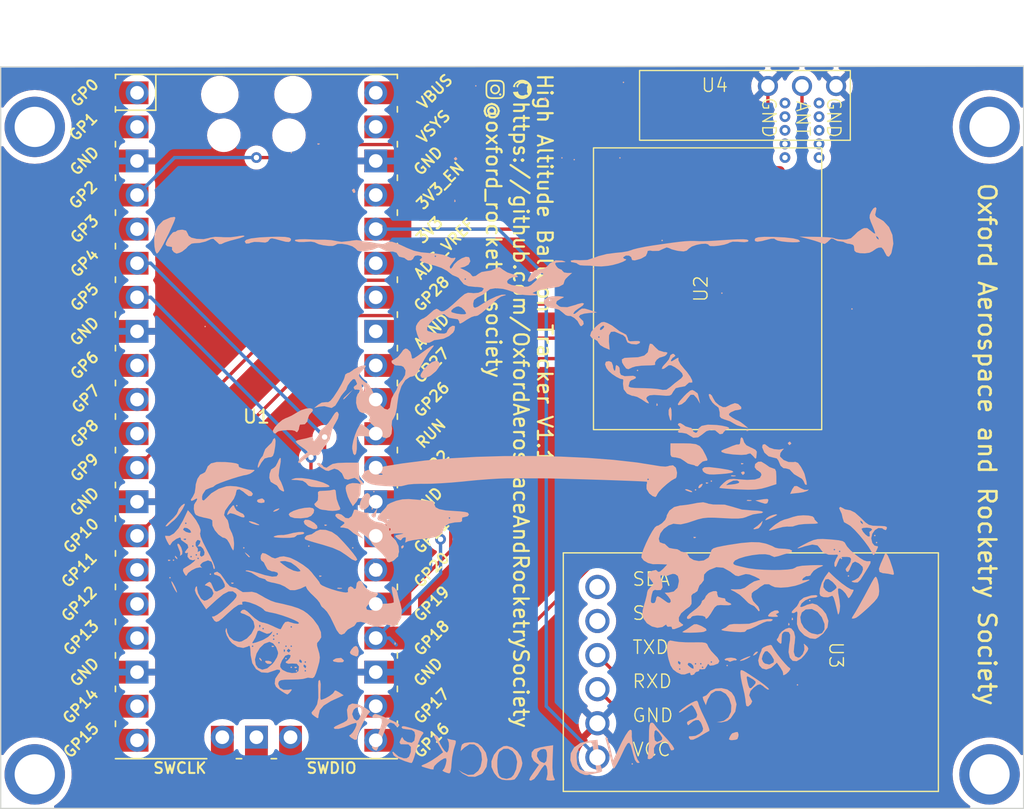
<source format=kicad_pcb>
(kicad_pcb (version 20221018) (generator pcbnew)
  (title_block (company "Oxford Aerospace and Rocketry") (comment 1 "High Altitude Balloon Tracker"))
  (layers (0 "F.Cu" signal) (31 "B.Cu" signal) (34 "B.Paste" user) (35 "F.Paste" user) (36 "B.SilkS" user "B.Silkscreen") (37 "F.SilkS" user "F.Silkscreen") (38 "B.Mask" user) (39 "F.Mask" user) (44 "Edge.Cuts" user))
  (net 0 "")
  (net 1 "Net-(U1-GPIO9)")
  (net 2 "Net-(U1-GPIO10)")
  (net 3 "Net-(U1-GPIO18)")
  (net 4 "Net-(U1-GPIO16)")
  (net 5 "Net-(U1-GPIO19)")
  (net 6 "+3V3")
  (net 7 "GND")
  (net 8 "Net-(U1-GPIO2)")
  (net 11 "Net-(U1-GPIO5)")
  (net 12 "Net-(U1-GPIO4)")
  (net 45 "Net-(U2-ANT)")
  (footprint "RFM9X:Antenna" (layer "F.Cu") (at 156.21 74.676)
    (fp_text reference "U4" (at -6.5 3.5 unlocked) (layer "F.SilkS") (effects (font (thickness 0.1))))
    (fp_text value "~")
    (fp_text user "GND" (at 1.778 4.318 -90 unlocked) (layer "F.SilkS") (effects (font (thickness 0.1)) (justify left bottom)))
    (fp_text user "ANT" (at -0.508 4.572 -90 unlocked) (layer "F.SilkS") (effects (font (thickness 0.1)) (justify left bottom)))
    (fp_text user "GND" (at -3.048 4.318 -90 unlocked) (layer "F.SilkS") (effects (font (thickness 0.1)) (justify left bottom)))
    (pad "1" thru_hole circle (at -2.54 3.556) (size 1.5 1.5) (drill 1) (layers "*.Cu" "*.Mask") (net 7 "GND"))
    (pad "2" thru_hole circle (at 0 3.556) (size 1.5 1.5) (drill 1) (layers "*.Cu" "*.Mask") (net 45 "Net-(U2-ANT)"))
    (pad "3" thru_hole circle (at 2.54 3.556) (size 1.5 1.5) (drill 1) (layers "*.Cu" "*.Mask") (net 7 "GND"))
  )
  (footprint "MCU_RaspberryPi_and_Boards:RPi_Pico_SMD_TH" (layer "F.Cu") (at 115.57 102.87)
    (fp_text reference "U1" (at 0 0) (layer "F.SilkS"))
    (fp_text value "Pico")
    (fp_text user "3V3" (at 12.9 -13.9 45) (layer "F.SilkS") (effects (font (size 0.8 0.8))))
    (fp_text user "GND" (at 12.8 19.05 45) (layer "F.SilkS") (effects (font (size 0.8 0.8))))
    (fp_text user "GND" (at -12.8 -19.05 45) (layer "F.SilkS") (effects (font (size 0.8 0.8))))
    (fp_text user "GP13" (at -13.054 16.51 45) (layer "F.SilkS") (effects (font (size 0.8 0.8))))
    (fp_text user "GP19" (at 13.054 13.97 45) (layer "F.SilkS") (effects (font (size 0.8 0.8))))
    (fp_text user "VSYS" (at 13.2 -21.59 45) (layer "F.SilkS") (effects (font (size 0.8 0.8))))
    (fp_text user "RUN" (at 13 1.27 45) (layer "F.SilkS") (effects (font (size 0.8 0.8))))
    (fp_text user "GND" (at 12.8 -19.05 45) (layer "F.SilkS") (effects (font (size 0.8 0.8))))
    (fp_text user "GP10" (at -13.054 8.89 45) (layer "F.SilkS") (effects (font (size 0.8 0.8))))
    (fp_text user "SWCLK" (at -5.7 26.2) (layer "F.SilkS") (effects (font (size 0.8 0.8))))
    (fp_text user "SWDIO" (at 5.6 26.2) (layer "F.SilkS") (effects (font (size 0.8 0.8))))
    (fp_text user "GP9" (at -12.8 3.81 45) (layer "F.SilkS") (effects (font (size 0.8 0.8))))
    (fp_text user "GP21" (at 13.054 8.9 45) (layer "F.SilkS") (effects (font (size 0.8 0.8))))
    (fp_text user "GP6" (at -12.8 -3.81 45) (layer "F.SilkS") (effects (font (size 0.8 0.8))))
    (fp_text user "GP4" (at -12.8 -11.43 45) (layer "F.SilkS") (effects (font (size 0.8 0.8))))
    (fp_text user "GND" (at 12.8 6.35 45) (layer "F.SilkS") (effects (font (size 0.8 0.8))))
    (fp_text user "GP15" (at -13.054 24.13 45) (layer "F.SilkS") (effects (font (size 0.8 0.8))))
    (fp_text user "3V3_EN" (at 13.7 -17.2 45) (layer "F.SilkS") (effects (font (size 0.8 0.8))))
    (fp_text user "GP28" (at 13.054 -9.144 45) (layer "F.SilkS") (effects (font (size 0.8 0.8))))
    (fp_text user "GP2" (at -12.9 -16.51 45) (layer "F.SilkS") (effects (font (size 0.8 0.8))))
    (fp_text user "GP0" (at -12.8 -24.13 45) (layer "F.SilkS") (effects (font (size 0.8 0.8))))
    (fp_text user "GP3" (at -12.8 -13.97 45) (layer "F.SilkS") (effects (font (size 0.8 0.8))))
    (fp_text user "GP26" (at 13.054 -1.27 45) (layer "F.SilkS") (effects (font (size 0.8 0.8))))
    (fp_text user "GP16" (at 13.054 24.13 45) (layer "F.SilkS") (effects (font (size 0.8 0.8))))
    (fp_text user "GP11" (at -13.2 11.43 45) (layer "F.SilkS") (effects (font (size 0.8 0.8))))
    (fp_text user "GND" (at -12.8 -6.35 45) (layer "F.SilkS") (effects (font (size 0.8 0.8))))
    (fp_text user "GP8" (at -12.8 1.27 45) (layer "F.SilkS") (effects (font (size 0.8 0.8))))
    (fp_text user "GP1" (at -12.9 -21.6 45) (layer "F.SilkS") (effects (font (size 0.8 0.8))))
    (fp_text user "GND" (at -12.8 19.05 45) (layer "F.SilkS") (effects (font (size 0.8 0.8))))
    (fp_text user "GND" (at -12.8 6.35 45) (layer "F.SilkS") (effects (font (size 0.8 0.8))))
    (fp_text user "GP5" (at -12.8 -8.89 45) (layer "F.SilkS") (effects (font (size 0.8 0.8))))
    (fp_text user "ADC_VREF" (at 14 -12.5 45) (layer "F.SilkS") (effects (font (size 0.8 0.8))))
    (fp_text user "GP17" (at 13.054 21.59 45) (layer "F.SilkS") (effects (font (size 0.8 0.8))))
    (fp_text user "AGND" (at 13.054 -6.35 45) (layer "F.SilkS") (effects (font (size 0.8 0.8))))
    (fp_text user "GP27" (at 13.054 -3.8 45) (layer "F.SilkS") (effects (font (size 0.8 0.8))))
    (fp_text user "GP20" (at 13.054 11.43 45) (layer "F.SilkS") (effects (font (size 0.8 0.8))))
    (fp_text user "GP7" (at -12.7 -1.3 45) (layer "F.SilkS") (effects (font (size 0.8 0.8))))
    (fp_text user "GP12" (at -13.2 13.97 45) (layer "F.SilkS") (effects (font (size 0.8 0.8))))
    (fp_text user "GP14" (at -13.1 21.59 45) (layer "F.SilkS") (effects (font (size 0.8 0.8))))
    (fp_text user "GP18" (at 13.054 16.51 45) (layer "F.SilkS") (effects (font (size 0.8 0.8))))
    (fp_text user "GP22" (at 13.054 3.81 45) (layer "F.SilkS") (effects (font (size 0.8 0.8))))
    (fp_text user "VBUS" (at 13.3 -24.2 45) (layer "F.SilkS") (effects (font (size 0.8 0.8))))
    (pad "" np_thru_hole oval (at -2.725 -24) (size 1.8 1.8) (drill 1.8) (layers "*.Cu" "*.Mask"))
    (pad "" np_thru_hole oval (at -2.425 -20.97) (size 1.5 1.5) (drill 1.5) (layers "*.Cu" "*.Mask"))
    (pad "" np_thru_hole oval (at 2.425 -20.97) (size 1.5 1.5) (drill 1.5) (layers "*.Cu" "*.Mask"))
    (pad "" np_thru_hole oval (at 2.725 -24) (size 1.8 1.8) (drill 1.8) (layers "*.Cu" "*.Mask"))
    (pad "1" thru_hole oval (at -8.89 -24.13) (size 1.7 1.7) (drill 1.02) (layers "*.Cu" "*.Mask"))
    (pad "1" smd rect (at -8.89 -24.13) (size 3.5 1.7) (drill (offset -0.9 0)) (layers "F.Cu" "F.Mask"))
    (pad "2" thru_hole oval (at -8.89 -21.59) (size 1.7 1.7) (drill 1.02) (layers "*.Cu" "*.Mask"))
    (pad "2" smd rect (at -8.89 -21.59) (size 3.5 1.7) (drill (offset -0.9 0)) (layers "F.Cu" "F.Mask"))
    (pad "3" thru_hole rect (at -8.89 -19.05) (size 1.7 1.7) (drill 1.02) (layers "*.Cu" "*.Mask") (net 7 "GND"))
    (pad "3" smd rect (at -8.89 -19.05) (size 3.5 1.7) (drill (offset -0.9 0)) (layers "F.Cu" "F.Mask") (net 7 "GND"))
    (pad "4" thru_hole oval (at -8.89 -16.51) (size 1.7 1.7) (drill 1.02) (layers "*.Cu" "*.Mask") (net 8 "Net-(U1-GPIO2)"))
    (pad "4" smd rect (at -8.89 -16.51) (size 3.5 1.7) (drill (offset -0.9 0)) (layers "F.Cu" "F.Mask") (net 8 "Net-(U1-GPIO2)"))
    (pad "5" thru_hole oval (at -8.89 -13.97) (size 1.7 1.7) (drill 1.02) (layers "*.Cu" "*.Mask"))
    (pad "5" smd rect (at -8.89 -13.97) (size 3.5 1.7) (drill (offset -0.9 0)) (layers "F.Cu" "F.Mask"))
    (pad "6" thru_hole oval (at -8.89 -11.43) (size 1.7 1.7) (drill 1.02) (layers "*.Cu" "*.Mask") (net 12 "Net-(U1-GPIO4)"))
    (pad "6" smd rect (at -8.89 -11.43) (size 3.5 1.7) (drill (offset -0.9 0)) (layers "F.Cu" "F.Mask") (net 12 "Net-(U1-GPIO4)"))
    (pad "7" thru_hole oval (at -8.89 -8.89) (size 1.7 1.7) (drill 1.02) (layers "*.Cu" "*.Mask") (net 11 "Net-(U1-GPIO5)"))
    (pad "7" smd rect (at -8.89 -8.89) (size 3.5 1.7) (drill (offset -0.9 0)) (layers "F.Cu" "F.Mask") (net 11 "Net-(U1-GPIO5)"))
    (pad "8" thru_hole rect (at -8.89 -6.35) (size 1.7 1.7) (drill 1.02) (layers "*.Cu" "*.Mask") (net 7 "GND"))
    (pad "8" smd rect (at -8.89 -6.35) (size 3.5 1.7) (drill (offset -0.9 0)) (layers "F.Cu" "F.Mask") (net 7 "GND"))
    (pad "9" thru_hole oval (at -8.89 -3.81) (size 1.7 1.7) (drill 1.02) (layers "*.Cu" "*.Mask"))
    (pad "9" smd rect (at -8.89 -3.81) (size 3.5 1.7) (drill (offset -0.9 0)) (layers "F.Cu" "F.Mask"))
    (pad "10" thru_hole oval (at -8.89 -1.27) (size 1.7 1.7) (drill 1.02) (layers "*.Cu" "*.Mask"))
    (pad "10" smd rect (at -8.89 -1.27) (size 3.5 1.7) (drill (offset -0.9 0)) (layers "F.Cu" "F.Mask"))
    (pad "11" thru_hole oval (at -8.89 1.27) (size 1.7 1.7) (drill 1.02) (layers "*.Cu" "*.Mask"))
    (pad "11" smd rect (at -8.89 1.27) (size 3.5 1.7) (drill (offset -0.9 0)) (layers "F.Cu" "F.Mask"))
    (pad "12" thru_hole oval (at -8.89 3.81) (size 1.7 1.7) (drill 1.02) (layers "*.Cu" "*.Mask") (net 1 "Net-(U1-GPIO9)"))
    (pad "12" smd rect (at -8.89 3.81) (size 3.5 1.7) (drill (offset -0.9 0)) (layers "F.Cu" "F.Mask") (net 1 "Net-(U1-GPIO9)"))
    (pad "13" thru_hole rect (at -8.89 6.35) (size 1.7 1.7) (drill 1.02) (layers "*.Cu" "*.Mask") (net 7 "GND"))
    (pad "13" smd rect (at -8.89 6.35) (size 3.5 1.7) (drill (offset -0.9 0)) (layers "F.Cu" "F.Mask") (net 7 "GND"))
    (pad "14" thru_hole oval (at -8.89 8.89) (size 1.7 1.7) (drill 1.02) (layers "*.Cu" "*.Mask") (net 2 "Net-(U1-GPIO10)"))
    (pad "14" smd rect (at -8.89 8.89) (size 3.5 1.7) (drill (offset -0.9 0)) (layers "F.Cu" "F.Mask") (net 2 "Net-(U1-GPIO10)"))
    (pad "15" thru_hole oval (at -8.89 11.43) (size 1.7 1.7) (drill 1.02) (layers "*.Cu" "*.Mask"))
    (pad "15" smd rect (at -8.89 11.43) (size 3.5 1.7) (drill (offset -0.9 0)) (layers "F.Cu" "F.Mask"))
    (pad "16" thru_hole oval (at -8.89 13.97) (size 1.7 1.7) (drill 1.02) (layers "*.Cu" "*.Mask"))
    (pad "16" smd rect (at -8.89 13.97) (size 3.5 1.7) (drill (offset -0.9 0)) (layers "F.Cu" "F.Mask"))
    (pad "17" thru_hole oval (at -8.89 16.51) (size 1.7 1.7) (drill 1.02) (layers "*.Cu" "*.Mask"))
    (pad "17" smd rect (at -8.89 16.51) (size 3.5 1.7) (drill (offset -0.9 0)) (layers "F.Cu" "F.Mask"))
    (pad "18" thru_hole rect (at -8.89 19.05) (size 1.7 1.7) (drill 1.02) (layers "*.Cu" "*.Mask") (net 7 "GND"))
    (pad "18" smd rect (at -8.89 19.05) (size 3.5 1.7) (drill (offset -0.9 0)) (layers "F.Cu" "F.Mask") (net 7 "GND"))
    (pad "19" thru_hole oval (at -8.89 21.59) (size 1.7 1.7) (drill 1.02) (layers "*.Cu" "*.Mask"))
    (pad "19" smd rect (at -8.89 21.59) (size 3.5 1.7) (drill (offset -0.9 0)) (layers "F.Cu" "F.Mask"))
    (pad "20" thru_hole oval (at -8.89 24.13) (size 1.7 1.7) (drill 1.02) (layers "*.Cu" "*.Mask"))
    (pad "20" smd rect (at -8.89 24.13) (size 3.5 1.7) (drill (offset -0.9 0)) (layers "F.Cu" "F.Mask"))
    (pad "21" thru_hole oval (at 8.89 24.13) (size 1.7 1.7) (drill 1.02) (layers "*.Cu" "*.Mask") (net 4 "Net-(U1-GPIO16)"))
    (pad "21" smd rect (at 8.89 24.13) (size 3.5 1.7) (drill (offset 0.9 0)) (layers "F.Cu" "F.Mask") (net 4 "Net-(U1-GPIO16)"))
    (pad "22" thru_hole oval (at 8.89 21.59) (size 1.7 1.7) (drill 1.02) (layers "*.Cu" "*.Mask"))
    (pad "22" smd rect (at 8.89 21.59) (size 3.5 1.7) (drill (offset 0.9 0)) (layers "F.Cu" "F.Mask"))
    (pad "23" thru_hole rect (at 8.89 19.05) (size 1.7 1.7) (drill 1.02) (layers "*.Cu" "*.Mask") (net 7 "GND"))
    (pad "23" smd rect (at 8.89 19.05) (size 3.5 1.7) (drill (offset 0.9 0)) (layers "F.Cu" "F.Mask") (net 7 "GND"))
    (pad "24" thru_hole oval (at 8.89 16.51) (size 1.7 1.7) (drill 1.02) (layers "*.Cu" "*.Mask") (net 3 "Net-(U1-GPIO18)"))
    (pad "24" smd rect (at 8.89 16.51) (size 3.5 1.7) (drill (offset 0.9 0)) (layers "F.Cu" "F.Mask") (net 3 "Net-(U1-GPIO18)"))
    (pad "25" thru_hole oval (at 8.89 13.97) (size 1.7 1.7) (drill 1.02) (layers "*.Cu" "*.Mask") (net 5 "Net-(U1-GPIO19)"))
    (pad "25" smd rect (at 8.89 13.97) (size 3.5 1.7) (drill (offset 0.9 0)) (layers "F.Cu" "F.Mask") (net 5 "Net-(U1-GPIO19)"))
    (pad "26" thru_hole oval (at 8.89 11.43) (size 1.7 1.7) (drill 1.02) (layers "*.Cu" "*.Mask"))
    (pad "26" smd rect (at 8.89 11.43) (size 3.5 1.7) (drill (offset 0.9 0)) (layers "F.Cu" "F.Mask"))
    (pad "27" thru_hole oval (at 8.89 8.89) (size 1.7 1.7) (drill 1.02) (layers "*.Cu" "*.Mask"))
    (pad "27" smd rect (at 8.89 8.89) (size 3.5 1.7) (drill (offset 0.9 0)) (layers "F.Cu" "F.Mask"))
    (pad "28" thru_hole rect (at 8.89 6.35) (size 1.7 1.7) (drill 1.02) (layers "*.Cu" "*.Mask") (net 7 "GND"))
    (pad "28" smd rect (at 8.89 6.35) (size 3.5 1.7) (drill (offset 0.9 0)) (layers "F.Cu" "F.Mask") (net 7 "GND"))
    (pad "29" thru_hole oval (at 8.89 3.81) (size 1.7 1.7) (drill 1.02) (layers "*.Cu" "*.Mask"))
    (pad "29" smd rect (at 8.89 3.81) (size 3.5 1.7) (drill (offset 0.9 0)) (layers "F.Cu" "F.Mask"))
    (pad "30" thru_hole oval (at 8.89 1.27) (size 1.7 1.7) (drill 1.02) (layers "*.Cu" "*.Mask"))
    (pad "30" smd rect (at 8.89 1.27) (size 3.5 1.7) (drill (offset 0.9 0)) (layers "F.Cu" "F.Mask"))
    (pad "31" thru_hole oval (at 8.89 -1.27) (size 1.7 1.7) (drill 1.02) (layers "*.Cu" "*.Mask"))
    (pad "31" smd rect (at 8.89 -1.27) (size 3.5 1.7) (drill (offset 0.9 0)) (layers "F.Cu" "F.Mask"))
    (pad "32" thru_hole oval (at 8.89 -3.81) (size 1.7 1.7) (drill 1.02) (layers "*.Cu" "*.Mask"))
    (pad "32" smd rect (at 8.89 -3.81) (size 3.5 1.7) (drill (offset 0.9 0)) (layers "F.Cu" "F.Mask"))
    (pad "33" thru_hole rect (at 8.89 -6.35) (size 1.7 1.7) (drill 1.02) (layers "*.Cu" "*.Mask"))
    (pad "33" smd rect (at 8.89 -6.35) (size 3.5 1.7) (drill (offset 0.9 0)) (layers "F.Cu" "F.Mask"))
    (pad "34" thru_hole oval (at 8.89 -8.89) (size 1.7 1.7) (drill 1.02) (layers "*.Cu" "*.Mask"))
    (pad "34" smd rect (at 8.89 -8.89) (size 3.5 1.7) (drill (offset 0.9 0)) (layers "F.Cu" "F.Mask"))
    (pad "35" thru_hole oval (at 8.89 -11.43) (size 1.7 1.7) (drill 1.02) (layers "*.Cu" "*.Mask"))
    (pad "35" smd rect (at 8.89 -11.43) (size 3.5 1.7) (drill (offset 0.9 0)) (layers "F.Cu" "F.Mask"))
    (pad "36" thru_hole oval (at 8.89 -13.97) (size 1.7 1.7) (drill 1.02) (layers "*.Cu" "*.Mask") (net 6 "+3V3"))
    (pad "36" smd rect (at 8.89 -13.97) (size 3.5 1.7) (drill (offset 0.9 0)) (layers "F.Cu" "F.Mask") (net 6 "+3V3"))
    (pad "37" thru_hole oval (at 8.89 -16.51) (size 1.7 1.7) (drill 1.02) (layers "*.Cu" "*.Mask"))
    (pad "37" smd rect (at 8.89 -16.51) (size 3.5 1.7) (drill (offset 0.9 0)) (layers "F.Cu" "F.Mask"))
    (pad "38" thru_hole rect (at 8.89 -19.05) (size 1.7 1.7) (drill 1.02) (layers "*.Cu" "*.Mask") (net 7 "GND"))
    (pad "38" smd rect (at 8.89 -19.05) (size 3.5 1.7) (drill (offset 0.9 0)) (layers "F.Cu" "F.Mask") (net 7 "GND"))
    (pad "39" thru_hole oval (at 8.89 -21.59) (size 1.7 1.7) (drill 1.02) (layers "*.Cu" "*.Mask"))
    (pad "39" smd rect (at 8.89 -21.59) (size 3.5 1.7) (drill (offset 0.9 0)) (layers "F.Cu" "F.Mask"))
    (pad "40" thru_hole oval (at 8.89 -24.13) (size 1.7 1.7) (drill 1.02) (layers "*.Cu" "*.Mask"))
    (pad "40" smd rect (at 8.89 -24.13) (size 3.5 1.7) (drill (offset 0.9 0)) (layers "F.Cu" "F.Mask"))
    (pad "41" thru_hole oval (at -2.54 23.9) (size 1.7 1.7) (drill 1.02) (layers "*.Cu" "*.Mask"))
    (pad "41" smd rect (at -2.54 23.9 90) (size 3.5 1.7) (drill (offset -0.9 0)) (layers "F.Cu" "F.Mask"))
    (pad "42" thru_hole rect (at 0 23.9) (size 1.7 1.7) (drill 1.02) (layers "*.Cu" "*.Mask"))
    (pad "42" smd rect (at 0 23.9 90) (size 3.5 1.7) (drill (offset -0.9 0)) (layers "F.Cu" "F.Mask"))
    (pad "43" thru_hole oval (at 2.54 23.9) (size 1.7 1.7) (drill 1.02) (layers "*.Cu" "*.Mask"))
    (pad "43" smd rect (at 2.54 23.9 90) (size 3.5 1.7) (drill (offset -0.9 0)) (layers "F.Cu" "F.Mask"))
  )
  (footprint "Uputronics GPS:M8C Pico Breakout" (layer "F.Cu") (at 140.97 115.57 -90)
    (fp_text reference "U3" (at 5.08 -17.78 -90 unlocked) (layer "F.SilkS") (effects (font (thickness 0.1))))
    (fp_text value "~")
    (fp_text user "RXD" (at 7.62 -2.54 unlocked) (layer "F.SilkS") (effects (font (thickness 0.1)) (justify left bottom)))
    (fp_text user "SCL" (at 2.54 -2.54 unlocked) (layer "F.SilkS") (effects (font (thickness 0.1)) (justify left bottom)))
    (fp_text user "SDA" (at 0 -2.54 unlocked) (layer "F.SilkS") (effects (font (thickness 0.1)) (justify left bottom)))
    (fp_text user "GND" (at 10.16 -2.54 unlocked) (layer "F.SilkS") (effects (font (thickness 0.1)) (justify left bottom)))
    (fp_text user "TXD" (at 5.08 -2.54 unlocked) (layer "F.SilkS") (effects (font (thickness 0.1)) (justify left bottom)))
    (fp_text user "VCC" (at 12.7 -2.54 unlocked) (layer "F.SilkS") (effects (font (thickness 0.1)) (justify left bottom)))
    (pad "0" thru_hole circle (at 0 0 270) (size 1.8 1.8) (drill 1.2) (layers "*.Cu" "*.Mask"))
    (pad "1" thru_hole circle (at 2.54 0 270) (size 1.8 1.8) (drill 1.2) (layers "*.Cu" "*.Mask"))
    (pad "2" thru_hole circle (at 5.08 0 270) (size 1.8 1.8) (drill 1.2) (layers "*.Cu" "*.Mask") (net 11 "Net-(U1-GPIO5)"))
    (pad "3" thru_hole circle (at 7.62 0 270) (size 1.8 1.8) (drill 1.2) (layers "*.Cu" "*.Mask") (net 12 "Net-(U1-GPIO4)"))
    (pad "4" thru_hole circle (at 10.16 0 270) (size 1.8 1.8) (drill 1.2) (layers "*.Cu" "*.Mask") (net 7 "GND"))
    (pad "5" thru_hole circle (at 12.7 0 270) (size 1.8 1.8) (drill 1.2) (layers "*.Cu" "*.Mask") (net 6 "+3V3"))
  )
  (footprint "RFM9X:RFM9X" (layer "F.Cu") (at 149.178 93.344 90)
    (fp_text reference "U2" (at 0 -0.5 90 unlocked) (layer "F.SilkS") (effects (font (thickness 0.1))))
    (fp_text value "RFM9X")
    (pad "1" smd roundrect (at -8 -7 90) (size 2.286 1.524) (layers "F.Cu" "F.Paste" "F.Mask") (net 7 "GND"))
    (pad "2" smd roundrect (at -8 -5 90) (size 2.286 1.524) (layers "F.Cu" "F.Paste" "F.Mask") (net 4 "Net-(U1-GPIO16)"))
    (pad "3" smd roundrect (at -8 -3 90) (size 2.286 1.524) (layers "F.Cu" "F.Paste" "F.Mask") (net 5 "Net-(U1-GPIO19)"))
    (pad "4" smd roundrect (at -8 -1 90) (size 2.286 1.524) (layers "F.Cu" "F.Paste" "F.Mask") (net 3 "Net-(U1-GPIO18)"))
    (pad "5" smd roundrect (at -8 1 90) (size 2.286 1.524) (layers "F.Cu" "F.Paste" "F.Mask") (net 2 "Net-(U1-GPIO10)"))
    (pad "6" smd roundrect (at -8 3 90) (size 2.286 1.524) (layers "F.Cu" "F.Paste" "F.Mask") (net 1 "Net-(U1-GPIO9)"))
    (pad "7" smd roundrect (at -8 5 90) (size 2.286 1.524) (layers "F.Cu" "F.Paste" "F.Mask"))
    (pad "8" smd roundrect (at -8 7 90) (size 2.286 1.524) (layers "F.Cu" "F.Paste" "F.Mask") (net 7 "GND"))
    (pad "9" smd roundrect (at 8 -7 90) (size 2.286 1.524) (layers "F.Cu" "F.Paste" "F.Mask"))
    (pad "10" smd roundrect (at 8 -5 90) (size 2.286 1.524) (layers "F.Cu" "F.Paste" "F.Mask"))
    (pad "11" smd roundrect (at 8 -3 90) (size 2.286 1.524) (layers "F.Cu" "F.Paste" "F.Mask") (net 8 "Net-(U1-GPIO2)"))
    (pad "12" smd roundrect (at 8 -1 90) (size 2.286 1.524) (layers "F.Cu" "F.Paste" "F.Mask") (net 6 "+3V3"))
    (pad "13" smd roundrect (at 8 1 90) (size 2.286 1.524) (layers "F.Cu" "F.Paste" "F.Mask"))
    (pad "14" smd roundrect (at 8 3 90) (size 2.286 1.524) (layers "F.Cu" "F.Paste" "F.Mask"))
    (pad "15" smd roundrect (at 8 5 90) (size 2.286 1.524) (layers "F.Cu" "F.Paste" "F.Mask") (net 7 "GND"))
    (pad "16" smd roundrect (at 8 7 90) (size 2.286 1.524) (layers "F.Cu" "F.Paste" "F.Mask") (net 45 "Net-(U2-ANT)"))
  )
  (footprint "LOGO" (layer "F.Cu") (at 133.35 78.486 -90)
    (fp_text reference "G***" hide)
    (fp_text value "LOGO" hide)
  )
  (footprint "LOGO" (layer "F.Cu") (at 135.382 78.486 -90)
    (fp_text reference "G***" hide)
    (fp_text value "LOGO" hide)
  )
  (footprint "LOGO" (layer "B.Cu") (at 135.382 101.854 180)
    (fp_text reference "G***" hide)
    (fp_text value "LOGO" hide)
  )
  (gr_line (start 172.72 76.7588) (end 172.72 132.08) (stroke (width 0.1)) (layer "Edge.Cuts"))
  (gr_line (start 96.52 76.8096) (end 172.72 76.7588) (stroke (width 0.1)) (layer "Edge.Cuts"))
  (gr_line (start 172.72 132.08) (end 96.52 132.08) (stroke (width 0.1)) (layer "Edge.Cuts"))
  (gr_line (start 96.52 76.8096) (end 96.52 132.08) (stroke (width 0.1)) (layer "Edge.Cuts"))
  (gr_text "Oxford Aerospace and Rocketry Society\n\n" (at 167.132 85.344 270) (layer "F.SilkS") (effects (font (size 1.3 1.3) (thickness 0.195)) (justify left bottom)))
  (gr_text "https://github.com/OxfordAerospaceAndRocketrySociety\n" (at 134.62 79.248 270) (layer "F.SilkS") (effects (font (size 1.1 1.1) (thickness 0.165)) (justify left bottom)))
  (gr_text "@oxford_rocketry_society" (at 132.588 79.248 270) (layer "F.SilkS") (effects (font (size 1.1 1.1) (thickness 0.165)) (justify left bottom)))
  (gr_text "High Altitude Balloon Tracker V1.1\n" (at 136.398 77.216 270) (layer "F.SilkS") (effects (font (size 1.1 1.1) (thickness 0.165)) (justify left bottom)))
  (via (at 157.48 81.534) (size 0.8) (drill 0.4) (layers "F.Cu" "B.Cu") (net 0))
  (via (at 157.48 83.566) (size 0.8) (drill 0.4) (layers "F.Cu" "B.Cu") (net 0))
  (via (at 154.94 82.55) (size 0.8) (drill 0.4) (layers "F.Cu" "B.Cu") (net 0))
  (via (at 154.94 80.518) (size 0.8) (drill 0.4) (layers "F.Cu" "B.Cu") (net 0))
  (via (at 154.94 83.566) (size 0.8) (drill 0.4) (layers "F.Cu" "B.Cu") (net 0))
  (via (at 170.18 129.54) (size 4.5) (drill 3) (layers "F.Cu" "B.Cu") (net 0))
  (via (at 157.48 80.518) (size 0.8) (drill 0.4) (layers "F.Cu" "B.Cu") (net 0))
  (via (at 170.18 81.28) (size 4.5) (drill 3) (layers "F.Cu" "B.Cu") (net 0))
  (via (at 154.94 79.502) (size 0.8) (drill 0.4) (layers "F.Cu" "B.Cu") (net 0))
  (via (at 157.48 79.502) (size 0.8) (drill 0.4) (layers "F.Cu" "B.Cu") (net 0))
  (via (at 154.94 81.534) (size 0.8) (drill 0.4) (layers "F.Cu" "B.Cu") (net 0))
  (via (at 157.48 82.55) (size 0.8) (drill 0.4) (layers "F.Cu" "B.Cu") (net 0))
  (via (at 99.06 81.28) (size 4.5) (drill 3) (layers "F.Cu" "B.Cu") (net 0))
  (via (at 99.06 129.54) (size 4.5) (drill 3) (layers "F.Cu" "B.Cu") (net 0))
  (segment (start 120.65 92.71) (end 106.68 106.68) (width 0.25) (layer "F.Cu") (net 1))
  (segment (start 152.178 101.202565) (end 143.685435 92.71) (width 0.25) (layer "F.Cu") (net 1))
  (segment (start 143.685435 92.71) (end 120.65 92.71) (width 0.25) (layer "F.Cu") (net 1))
  (segment (start 152.178 101.344) (end 152.178 101.202565) (width 0.25) (layer "F.Cu") (net 1))
  (segment (start 150.178 101.202565) (end 143.463435 94.488) (width 0.25) (layer "F.Cu") (net 2))
  (segment (start 150.178 101.344) (end 150.178 101.202565) (width 0.25) (layer "F.Cu") (net 2))
  (segment (start 128.292 94.488) (end 127.435 95.345) (width 0.25) (layer "F.Cu") (net 2))
  (segment (start 123.095 95.345) (end 106.68 111.76) (width 0.25) (layer "F.Cu") (net 2))
  (segment (start 127.435 95.345) (end 123.095 95.345) (width 0.25) (layer "F.Cu") (net 2))
  (segment (start 143.463435 94.488) (end 128.292 94.488) (width 0.25) (layer "F.Cu") (net 2))
  (segment (start 132.08 97.028) (end 129.286 99.822) (width 0.25) (layer "F.Cu") (net 3))
  (segment (start 129.286 99.822) (end 129.286 112.014) (width 0.25) (layer "F.Cu") (net 3))
  (segment (start 148.178 101.202565) (end 144.003435 97.028) (width 0.25) (layer "F.Cu") (net 3))
  (segment (start 144.003435 97.028) (end 132.08 97.028) (width 0.25) (layer "F.Cu") (net 3))
  (segment (start 148.178 101.344) (end 148.178 101.202565) (width 0.25) (layer "F.Cu") (net 3))
  (via (at 129.286 112.014) (size 0.8) (drill 0.4) (layers "F.Cu" "B.Cu") (net 3))
  (segment (start 129.286 112.014) (end 129.286 114.554) (width 0.25) (layer "B.Cu") (net 3))
  (segment (start 125.476 119.38) (end 125.984 119.888) (width 0.25) (layer "B.Cu") (net 3))
  (segment (start 129.286 114.554) (end 124.46 119.38) (width 0.25) (layer "B.Cu") (net 3))
  (segment (start 124.46 119.38) (end 125.476 119.38) (width 0.25) (layer "B.Cu") (net 3))
  (segment (start 144.178 101.344) (end 144.178 110.33) (width 0.25) (layer "F.Cu") (net 4))
  (segment (start 144.178 110.33) (end 127.508 127) (width 0.25) (layer "F.Cu") (net 4))
  (segment (start 127.508 127) (end 124.46 127) (width 0.25) (layer "F.Cu") (net 4))
  (segment (start 126.07 116.84) (end 124.46 116.84) (width 0.25) (layer "F.Cu") (net 5))
  (segment (start 131.318 98.552) (end 130.048 99.822) (width 0.25) (layer "F.Cu") (net 5))
  (segment (start 130.048 99.822) (end 130.048 112.862) (width 0.25) (layer "F.Cu") (net 5))
  (segment (start 146.178 100.712) (end 144.018 98.552) (width 0.25) (layer "F.Cu") (net 5))
  (segment (start 146.178 101.344) (end 146.178 100.712) (width 0.25) (layer "F.Cu") (net 5))
  (segment (start 146.178 101.726) (end 146.178 101.344) (width 0.25) (layer "F.Cu") (net 5))
  (segment (start 144.018 98.552) (end 131.318 98.552) (width 0.25) (layer "F.Cu") (net 5))
  (segment (start 130.048 112.862) (end 126.07 116.84) (width 0.25) (layer "F.Cu") (net 5))
  (segment (start 148.178 85.485435) (end 144.763435 88.9) (width 0.25) (layer "F.Cu") (net 6))
  (segment (start 124.46 88.9) (end 128.27 88.9) (width 0.25) (layer "F.Cu") (net 6))
  (segment (start 148.178 85.344) (end 148.178 85.485435) (width 0.25) (layer "F.Cu") (net 6))
  (segment (start 144.763435 88.9) (end 124.46 88.9) (width 0.25) (layer "F.Cu") (net 6))
  (segment (start 124.46 88.9) (end 133.604 88.9) (width 0.25) (layer "B.Cu") (net 6))
  (segment (start 133.604 88.9) (end 137.16 92.456) (width 0.25) (layer "B.Cu") (net 6))
  (segment (start 137.16 124.46) (end 137.16 122.682) (width 0.25) (layer "B.Cu") (net 6))
  (segment (start 137.16 92.456) (end 137.16 122.682) (width 0.25) (layer "B.Cu") (net 6))
  (segment (start 140.97 128.27) (end 137.16 124.46) (width 0.25) (layer "B.Cu") (net 6))
  (segment (start 153.67 78.232) (end 153.67 84.836) (width 0.25) (layer "F.Cu") (net 7))
  (segment (start 153.67 84.836) (end 154.178 85.344) (width 0.25) (layer "F.Cu") (net 7))
  (segment (start 146.178 85.344) (end 146.178 85.202565) (width 0.25) (layer "F.Cu") (net 8))
  (segment (start 123.145 82.595) (end 122.174 83.566) (width 0.25) (layer "F.Cu") (net 8))
  (segment (start 122.174 83.566) (end 115.57 83.566) (width 0.25) (layer "F.Cu") (net 8))
  (segment (start 146.178 85.202565) (end 143.570435 82.595) (width 0.25) (layer "F.Cu") (net 8))
  (segment (start 143.570435 82.595) (end 123.145 82.595) (width 0.25) (layer "F.Cu") (net 8))
  (via (at 115.57 83.566) (size 0.8) (drill 0.4) (layers "F.Cu" "B.Cu") (net 8))
  (segment (start 109.474 83.566) (end 106.68 86.36) (width 0.25) (layer "B.Cu") (net 8))
  (segment (start 115.57 83.566) (end 109.474 83.566) (width 0.25) (layer "B.Cu") (net 8))
  (segment (start 148.59 121.666) (end 141.986 121.666) (width 0.25) (layer "F.Cu") (net 11))
  (segment (start 142.934396 130.498) (end 148.59 124.842396) (width 0.25) (layer "F.Cu") (net 11))
  (segment (start 119.634 127.128396) (end 123.003604 130.498) (width 0.25) (layer "F.Cu") (net 11))
  (segment (start 119.634 127) (end 119.634 127.128396) (width 0.25) (layer "F.Cu") (net 11))
  (segment (start 119.634 127) (end 119.634 105.918) (width 0.25) (layer "F.Cu") (net 11))
  (segment (start 123.003604 130.498) (end 142.934396 130.498) (width 0.25) (layer "F.Cu") (net 11))
  (segment (start 141.986 121.666) (end 140.97 120.65) (width 0.25) (layer "F.Cu") (net 11))
  (segment (start 148.59 124.842396) (end 148.59 121.666) (width 0.25) (layer "F.Cu") (net 11))
  (via (at 119.634 105.918) (size 0.8) (drill 0.4) (layers "F.Cu" "B.Cu") (net 11))
  (segment (start 119.634 105.918) (end 107.696 93.98) (width 0.25) (layer "B.Cu") (net 11))
  (segment (start 107.696 93.98) (end 106.68 93.98) (width 0.25) (layer "B.Cu") (net 11))
  (segment (start 120.65 118.872) (end 120.65 104.394) (width 0.25) (layer "F.Cu") (net 12))
  (segment (start 124.206 130.048) (end 142.748 130.048) (width 0.25) (layer "F.Cu") (net 12))
  (segment (start 142.748 124.968) (end 140.97 123.19) (width 0.25) (layer "F.Cu") (net 12))
  (segment (start 121.354 127.196) (end 120.65 126.492) (width 0.25) (layer "F.Cu") (net 12))
  (segment (start 106.68 91.44) (end 107.442 91.44) (width 0.25) (layer "F.Cu") (net 12))
  (segment (start 142.748 130.048) (end 142.748 124.968) (width 0.25) (layer "F.Cu") (net 12))
  (segment (start 121.354 127.196) (end 124.206 130.048) (width 0.25) (layer "F.Cu") (net 12))
  (segment (start 120.65 126.492) (end 120.65 118.872) (width 0.25) (layer "F.Cu") (net 12))
  (via (at 120.65 104.394) (size 0.8) (drill 0.4) (layers "F.Cu" "B.Cu") (net 12))
  (segment (start 120.65 104.394) (end 107.696 91.44) (width 0.25) (layer "B.Cu") (net 12))
  (segment (start 107.696 91.44) (end 106.68 91.44) (width 0.25) (layer "B.Cu") (net 12))
  (segment (start 156.21 85.312) (end 156.178 85.344) (width 0.25) (layer "F.Cu") (net 45))
  (segment (start 156.21 78.232) (end 156.21 85.312) (width 0.25) (layer "F.Cu") (net 45))
  (zone (net 7) (net_name "GND") (layer "F.Cu") (connect_pads (clearance 0.5)) (min_thickness 0.25) (fill yes (thermal_gap 0.5) (thermal_bridge_width 0.5))
    (polygon (pts (xy 172.72 76.7588) (xy 96.52 76.8096) (xy 96.52 132.08) (xy 172.72 132.08)))
  )
  (zone (net 7) (net_name "GND") (layer "B.Cu") (connect_pads (clearance 0.5)) (min_thickness 0.25) (fill yes (thermal_gap 0.5) (thermal_bridge_width 0.5))
    (polygon (pts (xy 172.72 76.7588) (xy 96.52 76.8096) (xy 96.52 132.08) (xy 172.72 132.08)))
  )
)
</source>
